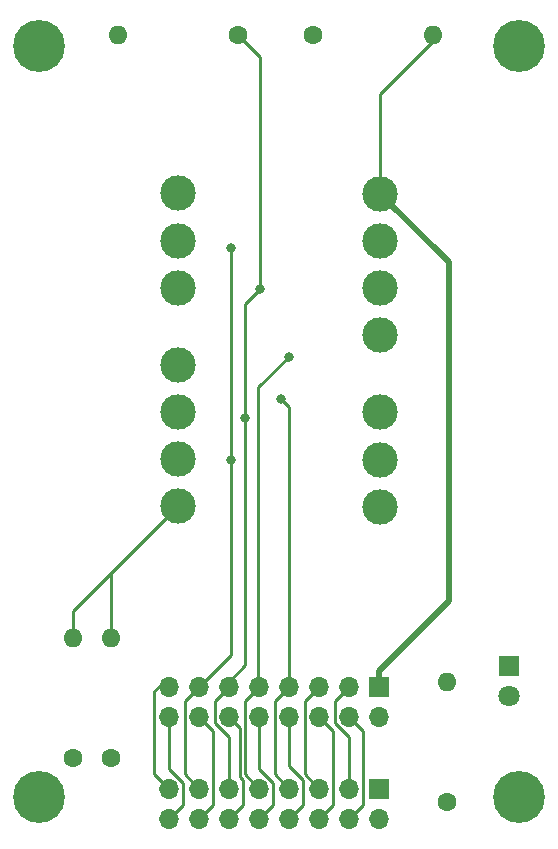
<source format=gbr>
%TF.GenerationSoftware,KiCad,Pcbnew,6.0.7-f9a2dced07~116~ubuntu20.04.1*%
%TF.CreationDate,2022-10-16T19:02:03+08:00*%
%TF.ProjectId,Zeal-SNES-Adapter,5a65616c-2d53-44e4-9553-2d4164617074,rev?*%
%TF.SameCoordinates,Original*%
%TF.FileFunction,Copper,L2,Bot*%
%TF.FilePolarity,Positive*%
%FSLAX46Y46*%
G04 Gerber Fmt 4.6, Leading zero omitted, Abs format (unit mm)*
G04 Created by KiCad (PCBNEW 6.0.7-f9a2dced07~116~ubuntu20.04.1) date 2022-10-16 19:02:03*
%MOMM*%
%LPD*%
G01*
G04 APERTURE LIST*
%TA.AperFunction,ComponentPad*%
%ADD10C,1.600000*%
%TD*%
%TA.AperFunction,ComponentPad*%
%ADD11O,1.600000X1.600000*%
%TD*%
%TA.AperFunction,ComponentPad*%
%ADD12C,3.000000*%
%TD*%
%TA.AperFunction,ComponentPad*%
%ADD13C,4.400000*%
%TD*%
%TA.AperFunction,ComponentPad*%
%ADD14R,1.800000X1.800000*%
%TD*%
%TA.AperFunction,ComponentPad*%
%ADD15C,1.800000*%
%TD*%
%TA.AperFunction,ComponentPad*%
%ADD16R,1.700000X1.700000*%
%TD*%
%TA.AperFunction,ComponentPad*%
%ADD17O,1.700000X1.700000*%
%TD*%
%TA.AperFunction,ViaPad*%
%ADD18C,0.800000*%
%TD*%
%TA.AperFunction,Conductor*%
%ADD19C,0.250000*%
%TD*%
%TA.AperFunction,Conductor*%
%ADD20C,0.500000*%
%TD*%
G04 APERTURE END LIST*
D10*
%TO.P,R3,1*%
%TO.N,/DATA_P1*%
X27300000Y-77280000D03*
D11*
%TO.P,R3,2*%
%TO.N,VCC*%
X27300000Y-67120000D03*
%TD*%
D12*
%TO.P,J3,1,5V*%
%TO.N,VCC*%
X50100000Y-29500000D03*
%TO.P,J3,2,Clock*%
%TO.N,/CLOCK*%
X50100000Y-33500000D03*
%TO.P,J3,3,Latch*%
%TO.N,/LATCH*%
X50100000Y-37500000D03*
%TO.P,J3,4,Data*%
%TO.N,/DATA_P2*%
X50100000Y-41500000D03*
%TO.P,J3,5,N/C*%
%TO.N,unconnected-(J3-Pad5)*%
X50100000Y-48000000D03*
%TO.P,J3,6,N/C*%
%TO.N,unconnected-(J3-Pad6)*%
X50100000Y-52000000D03*
%TO.P,J3,7,GND*%
%TO.N,GND*%
X50100000Y-56000000D03*
%TD*%
D13*
%TO.P,H3,1,1*%
%TO.N,GND*%
X61837000Y-80550000D03*
%TD*%
D10*
%TO.P,R2,1*%
%TO.N,/DATA_P2*%
X24100000Y-77280000D03*
D11*
%TO.P,R2,2*%
%TO.N,VCC*%
X24100000Y-67120000D03*
%TD*%
D14*
%TO.P,D1,1,K*%
%TO.N,GND*%
X61000000Y-69500000D03*
D15*
%TO.P,D1,2,A*%
%TO.N,Net-(D1-Pad2)*%
X61000000Y-72040000D03*
%TD*%
D13*
%TO.P,H4,1,1*%
%TO.N,GND*%
X21250000Y-80550000D03*
%TD*%
D16*
%TO.P,J1,1,Pin_1*%
%TO.N,VCC*%
X50040000Y-79875000D03*
D17*
%TO.P,J1,2,Pin_2*%
%TO.N,GND*%
X50040000Y-82415000D03*
%TO.P,J1,3,Pin_3*%
%TO.N,/PIN3*%
X47500000Y-79875000D03*
%TO.P,J1,4,Pin_4*%
%TO.N,/PIN4*%
X47500000Y-82415000D03*
%TO.P,J1,5,Pin_5*%
%TO.N,/PIN5*%
X44960000Y-79875000D03*
%TO.P,J1,6,Pin_6*%
%TO.N,/PIN6*%
X44960000Y-82415000D03*
%TO.P,J1,7,Pin_7*%
%TO.N,/DATA_P1*%
X42420000Y-79875000D03*
%TO.P,J1,8,Pin_8*%
%TO.N,/PIN8*%
X42420000Y-82415000D03*
%TO.P,J1,9,Pin_9*%
%TO.N,/DATA_P2*%
X39880000Y-79875000D03*
%TO.P,J1,10,Pin_10*%
%TO.N,/PIN10*%
X39880000Y-82415000D03*
%TO.P,J1,11,Pin_11*%
%TO.N,/LATCH*%
X37340000Y-79875000D03*
%TO.P,J1,12,Pin_12*%
%TO.N,/PIN12*%
X37340000Y-82415000D03*
%TO.P,J1,13,Pin_13*%
%TO.N,/CLOCK*%
X34800000Y-79875000D03*
%TO.P,J1,14,Pin_14*%
%TO.N,/PIN14*%
X34800000Y-82415000D03*
%TO.P,J1,15,Pin_15*%
%TO.N,/PIN15*%
X32260000Y-79875000D03*
%TO.P,J1,16,Pin_16*%
%TO.N,/PIN16*%
X32260000Y-82415000D03*
%TD*%
D10*
%TO.P,R5,1*%
%TO.N,VCC*%
X55800000Y-80980000D03*
D11*
%TO.P,R5,2*%
%TO.N,Net-(D1-Pad2)*%
X55800000Y-70820000D03*
%TD*%
D13*
%TO.P,H1,1,1*%
%TO.N,GND*%
X21250000Y-17025000D03*
%TD*%
D10*
%TO.P,R4,1*%
%TO.N,/LATCH*%
X38080000Y-16100000D03*
D11*
%TO.P,R4,2*%
%TO.N,GND*%
X27920000Y-16100000D03*
%TD*%
D16*
%TO.P,J2,1,Pin_1*%
%TO.N,VCC*%
X50000000Y-71250000D03*
D17*
%TO.P,J2,2,Pin_2*%
%TO.N,GND*%
X50000000Y-73790000D03*
%TO.P,J2,3,Pin_3*%
%TO.N,/PIN3*%
X47460000Y-71250000D03*
%TO.P,J2,4,Pin_4*%
%TO.N,/PIN4*%
X47460000Y-73790000D03*
%TO.P,J2,5,Pin_5*%
%TO.N,/PIN5*%
X44920000Y-71250000D03*
%TO.P,J2,6,Pin_6*%
%TO.N,/PIN6*%
X44920000Y-73790000D03*
%TO.P,J2,7,Pin_7*%
%TO.N,/DATA_P1*%
X42380000Y-71250000D03*
%TO.P,J2,8,Pin_8*%
%TO.N,/PIN8*%
X42380000Y-73790000D03*
%TO.P,J2,9,Pin_9*%
%TO.N,/DATA_P2*%
X39840000Y-71250000D03*
%TO.P,J2,10,Pin_10*%
%TO.N,/PIN10*%
X39840000Y-73790000D03*
%TO.P,J2,11,Pin_11*%
%TO.N,/LATCH*%
X37300000Y-71250000D03*
%TO.P,J2,12,Pin_12*%
%TO.N,/PIN12*%
X37300000Y-73790000D03*
%TO.P,J2,13,Pin_13*%
%TO.N,/CLOCK*%
X34760000Y-71250000D03*
%TO.P,J2,14,Pin_14*%
%TO.N,/PIN14*%
X34760000Y-73790000D03*
%TO.P,J2,15,Pin_15*%
%TO.N,/PIN15*%
X32220000Y-71250000D03*
%TO.P,J2,16,Pin_16*%
%TO.N,/PIN16*%
X32220000Y-73790000D03*
%TD*%
D12*
%TO.P,J4,1,5V*%
%TO.N,VCC*%
X32975000Y-55975000D03*
%TO.P,J4,2,Clock*%
%TO.N,/CLOCK*%
X32975000Y-51975000D03*
%TO.P,J4,3,Latch*%
%TO.N,/LATCH*%
X32975000Y-47975000D03*
%TO.P,J4,4,Data*%
%TO.N,/DATA_P1*%
X32975000Y-43975000D03*
%TO.P,J4,5,N/C*%
%TO.N,unconnected-(J4-Pad5)*%
X32975000Y-37475000D03*
%TO.P,J4,6,N/C*%
%TO.N,unconnected-(J4-Pad6)*%
X32975000Y-33475000D03*
%TO.P,J4,7,GND*%
%TO.N,GND*%
X32975000Y-29475000D03*
%TD*%
D10*
%TO.P,R1,1*%
%TO.N,/CLOCK*%
X44400000Y-16100000D03*
D11*
%TO.P,R1,2*%
%TO.N,VCC*%
X54560000Y-16100000D03*
%TD*%
D13*
%TO.P,H2,1,1*%
%TO.N,GND*%
X61856000Y-17025000D03*
%TD*%
D18*
%TO.N,/DATA_P1*%
X41700000Y-46900000D03*
%TO.N,/DATA_P2*%
X42400002Y-43300000D03*
%TO.N,/LATCH*%
X38700000Y-48500000D03*
X39900000Y-37600000D03*
%TO.N,/CLOCK*%
X37500000Y-34100000D03*
X37500000Y-52000000D03*
%TD*%
D19*
%TO.N,VCC*%
X50100000Y-21080000D02*
X55080000Y-16100000D01*
X24100000Y-67120000D02*
X24100000Y-64850000D01*
D20*
X55900000Y-64000000D02*
X55900000Y-35300000D01*
X55900000Y-35300000D02*
X50100000Y-29500000D01*
D19*
X24100000Y-64850000D02*
X32975000Y-55975000D01*
D20*
X50000000Y-71250000D02*
X50000000Y-69900000D01*
D19*
X50100000Y-29500000D02*
X50100000Y-21080000D01*
X27300000Y-67120000D02*
X27300000Y-61650000D01*
D20*
X50000000Y-69900000D02*
X55900000Y-64000000D01*
D19*
X27300000Y-61650000D02*
X32975000Y-55975000D01*
%TO.N,/PIN3*%
X46285000Y-72425000D02*
X47460000Y-71250000D01*
X47500000Y-79875000D02*
X47500000Y-75491701D01*
X47500000Y-75491701D02*
X46285000Y-74276701D01*
X46285000Y-74276701D02*
X46285000Y-72425000D01*
%TO.N,/PIN4*%
X48675000Y-81240000D02*
X47500000Y-82415000D01*
X47460000Y-73790000D02*
X48675000Y-75005000D01*
X48675000Y-75005000D02*
X48675000Y-81240000D01*
%TO.N,/PIN5*%
X44920000Y-71250000D02*
X43745000Y-72425000D01*
X43745000Y-72425000D02*
X43745000Y-78660000D01*
X43745000Y-78660000D02*
X44960000Y-79875000D01*
%TO.N,/PIN6*%
X46135000Y-81240000D02*
X44960000Y-82415000D01*
X44920000Y-73790000D02*
X46135000Y-75005000D01*
X46135000Y-75005000D02*
X46135000Y-81240000D01*
%TO.N,/DATA_P1*%
X41205000Y-72425000D02*
X41205000Y-78660000D01*
X41205000Y-78660000D02*
X42420000Y-79875000D01*
X41700000Y-46900000D02*
X42380000Y-47580000D01*
X42380000Y-71250000D02*
X41205000Y-72425000D01*
X42380000Y-47580000D02*
X42380000Y-71250000D01*
%TO.N,/PIN8*%
X43595000Y-81240000D02*
X43595000Y-79145690D01*
X42380000Y-77930690D02*
X42380000Y-73790000D01*
X42420000Y-82415000D02*
X43595000Y-81240000D01*
X43595000Y-79145690D02*
X42380000Y-77930690D01*
%TO.N,/DATA_P2*%
X38665000Y-78660000D02*
X39880000Y-79875000D01*
X39800000Y-45900002D02*
X42400002Y-43300000D01*
X39800000Y-71200000D02*
X39800000Y-45900002D01*
X38665000Y-72425000D02*
X38665000Y-78660000D01*
X39840000Y-71250000D02*
X38665000Y-72425000D01*
%TO.N,/PIN10*%
X39840000Y-78173299D02*
X41055000Y-79388299D01*
X41055000Y-81240000D02*
X39880000Y-82415000D01*
X41055000Y-79388299D02*
X41055000Y-81240000D01*
X39840000Y-73790000D02*
X39840000Y-78173299D01*
%TO.N,/LATCH*%
X39900000Y-37600000D02*
X39900000Y-17920000D01*
X38700000Y-48500000D02*
X38700000Y-69400000D01*
X38700000Y-69400000D02*
X37300000Y-70800000D01*
X36125000Y-72425000D02*
X37300000Y-71250000D01*
X36125000Y-74276701D02*
X36125000Y-72425000D01*
X39900000Y-17920000D02*
X38080000Y-16100000D01*
X38700000Y-48500000D02*
X38700000Y-38800000D01*
X38700000Y-38800000D02*
X39900000Y-37600000D01*
X37340000Y-79875000D02*
X37340000Y-75491701D01*
X37300000Y-70800000D02*
X37300000Y-71250000D01*
X37340000Y-75491701D02*
X36125000Y-74276701D01*
%TO.N,/PIN12*%
X38515000Y-81240000D02*
X37340000Y-82415000D01*
X38515000Y-79145690D02*
X38515000Y-81240000D01*
X37300000Y-73790000D02*
X38215499Y-74705499D01*
X38215499Y-74705499D02*
X38215499Y-78846189D01*
X38215499Y-78846189D02*
X38515000Y-79145690D01*
%TO.N,/CLOCK*%
X33585000Y-72425000D02*
X33585000Y-78660000D01*
X34760000Y-71250000D02*
X37500000Y-68510000D01*
X33585000Y-78660000D02*
X34800000Y-79875000D01*
X37500000Y-52000000D02*
X37500000Y-34100000D01*
X37500000Y-68510000D02*
X37500000Y-52000000D01*
X34760000Y-71250000D02*
X33585000Y-72425000D01*
%TO.N,/PIN14*%
X35975000Y-75005000D02*
X35975000Y-81240000D01*
X34760000Y-73790000D02*
X35975000Y-75005000D01*
X35975000Y-81240000D02*
X34800000Y-82415000D01*
%TO.N,/PIN15*%
X31350000Y-71250000D02*
X31000000Y-71600000D01*
X32220000Y-71250000D02*
X31350000Y-71250000D01*
X32260000Y-79875000D02*
X31000000Y-78615000D01*
X31000000Y-78615000D02*
X31000000Y-71600000D01*
%TO.N,/PIN16*%
X32220000Y-73790000D02*
X32220000Y-78173299D01*
X33435000Y-81240000D02*
X32260000Y-82415000D01*
X32220000Y-78173299D02*
X33435000Y-79388299D01*
X33435000Y-79388299D02*
X33435000Y-81240000D01*
%TD*%
M02*

</source>
